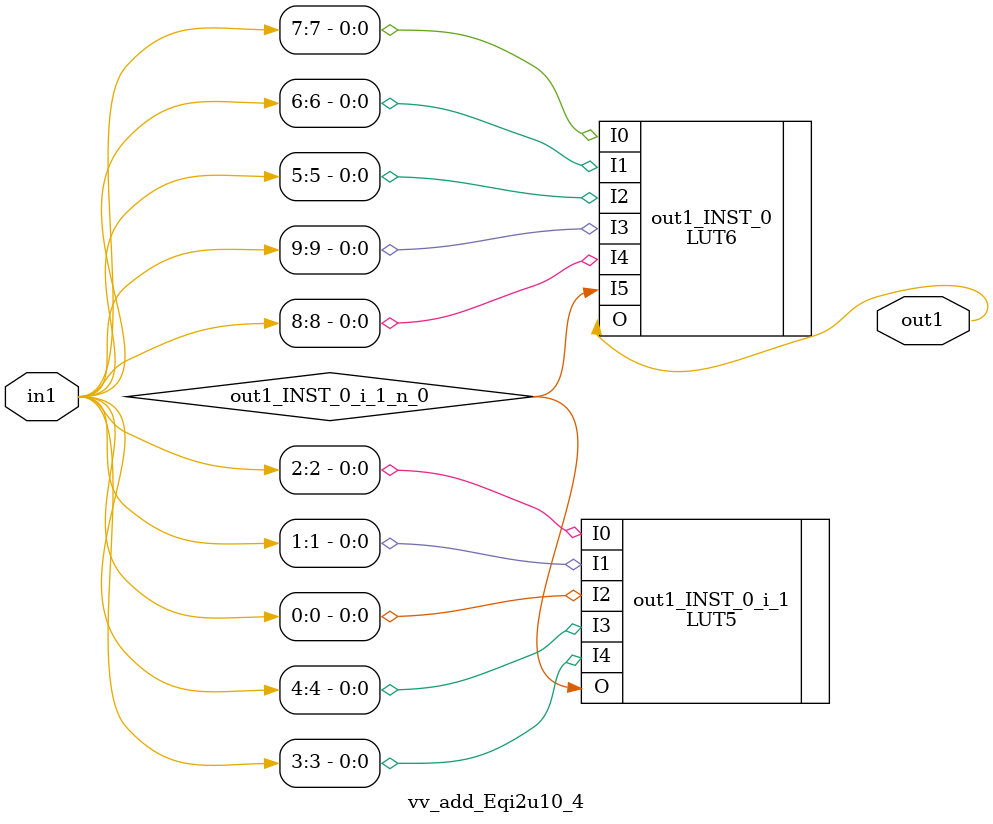
<source format=v>
`timescale 1 ps / 1 ps

(* STRUCTURAL_NETLIST = "yes" *)
module vv_add_Eqi2u10_4
   (in1,
    out1);
  input [9:0]in1;
  output out1;

  wire [9:0]in1;
  wire out1;
  wire out1_INST_0_i_1_n_0;

  LUT6 #(
    .INIT(64'h0000000000000001)) 
    out1_INST_0
       (.I0(in1[7]),
        .I1(in1[6]),
        .I2(in1[5]),
        .I3(in1[9]),
        .I4(in1[8]),
        .I5(out1_INST_0_i_1_n_0),
        .O(out1));
  LUT5 #(
    .INIT(32'hFFFFFFFB)) 
    out1_INST_0_i_1
       (.I0(in1[2]),
        .I1(in1[1]),
        .I2(in1[0]),
        .I3(in1[4]),
        .I4(in1[3]),
        .O(out1_INST_0_i_1_n_0));
endmodule

</source>
